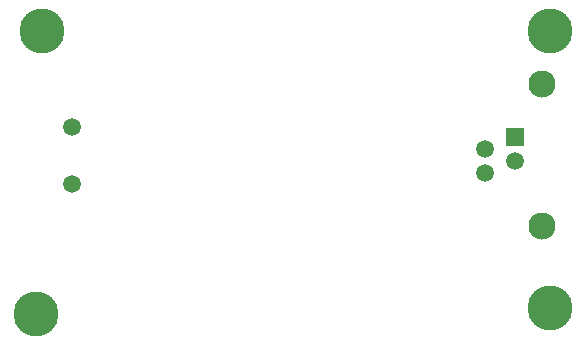
<source format=gbr>
%TF.GenerationSoftware,KiCad,Pcbnew,5.1.9-73d0e3b20d~88~ubuntu20.04.1*%
%TF.CreationDate,2021-04-09T11:01:18+02:00*%
%TF.ProjectId,piezo,7069657a-6f2e-46b6-9963-61645f706362,rev?*%
%TF.SameCoordinates,Original*%
%TF.FileFunction,Soldermask,Bot*%
%TF.FilePolarity,Negative*%
%FSLAX46Y46*%
G04 Gerber Fmt 4.6, Leading zero omitted, Abs format (unit mm)*
G04 Created by KiCad (PCBNEW 5.1.9-73d0e3b20d~88~ubuntu20.04.1) date 2021-04-09 11:01:18*
%MOMM*%
%LPD*%
G01*
G04 APERTURE LIST*
%ADD10C,1.500000*%
%ADD11C,2.300000*%
%ADD12R,1.500000X1.500000*%
%ADD13C,3.800000*%
G04 APERTURE END LIST*
D10*
%TO.C,X1*%
X105000000Y-134500000D03*
X105000000Y-129600000D03*
%TD*%
D11*
%TO.C,J1*%
X144800000Y-126030000D03*
D12*
X142500000Y-130500000D03*
D10*
X139960000Y-131520000D03*
X142500000Y-132540000D03*
D11*
X144800000Y-138030000D03*
D10*
X139960000Y-133560000D03*
%TD*%
D13*
%TO.C,J2*%
X145500000Y-121500000D03*
%TD*%
%TO.C,J3*%
X145500000Y-145000000D03*
%TD*%
%TO.C,J4*%
X102500000Y-121500000D03*
%TD*%
%TO.C,J5*%
X102000000Y-145500000D03*
%TD*%
M02*

</source>
